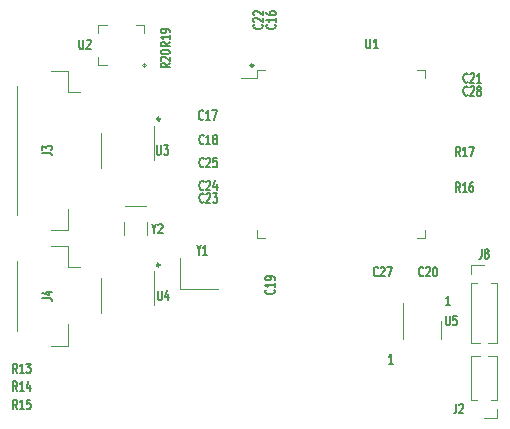
<source format=gbr>
%TF.GenerationSoftware,KiCad,Pcbnew,7.0.6*%
%TF.CreationDate,2023-09-15T14:04:58+02:00*%
%TF.ProjectId,V8,56382e6b-6963-4616-945f-706362585858,rev?*%
%TF.SameCoordinates,Original*%
%TF.FileFunction,Legend,Top*%
%TF.FilePolarity,Positive*%
%FSLAX46Y46*%
G04 Gerber Fmt 4.6, Leading zero omitted, Abs format (unit mm)*
G04 Created by KiCad (PCBNEW 7.0.6) date 2023-09-15 14:04:58*
%MOMM*%
%LPD*%
G01*
G04 APERTURE LIST*
%ADD10C,0.225000*%
%ADD11C,0.150000*%
%ADD12C,0.120000*%
G04 APERTURE END LIST*
D10*
X141812500Y-101800000D02*
G75*
G03*
X141812500Y-101800000I-112500J0D01*
G01*
X149762500Y-84900000D02*
G75*
G03*
X149762500Y-84900000I-112500J0D01*
G01*
X141862500Y-89450000D02*
G75*
G03*
X141862500Y-89450000I-112500J0D01*
G01*
D11*
X161605826Y-110144295D02*
X161262969Y-110144295D01*
X161434398Y-110144295D02*
X161434398Y-109344295D01*
X161434398Y-109344295D02*
X161377255Y-109458580D01*
X161377255Y-109458580D02*
X161320112Y-109534771D01*
X161320112Y-109534771D02*
X161262969Y-109572866D01*
X166455826Y-105194295D02*
X166112969Y-105194295D01*
X166284398Y-105194295D02*
X166284398Y-104394295D01*
X166284398Y-104394295D02*
X166227255Y-104508580D01*
X166227255Y-104508580D02*
X166170112Y-104584771D01*
X166170112Y-104584771D02*
X166112969Y-104622866D01*
X169099999Y-100457295D02*
X169099999Y-101028723D01*
X169099999Y-101028723D02*
X169071428Y-101143009D01*
X169071428Y-101143009D02*
X169014285Y-101219200D01*
X169014285Y-101219200D02*
X168928571Y-101257295D01*
X168928571Y-101257295D02*
X168871428Y-101257295D01*
X169471428Y-100800152D02*
X169414285Y-100762057D01*
X169414285Y-100762057D02*
X169385714Y-100723961D01*
X169385714Y-100723961D02*
X169357142Y-100647771D01*
X169357142Y-100647771D02*
X169357142Y-100609676D01*
X169357142Y-100609676D02*
X169385714Y-100533485D01*
X169385714Y-100533485D02*
X169414285Y-100495390D01*
X169414285Y-100495390D02*
X169471428Y-100457295D01*
X169471428Y-100457295D02*
X169585714Y-100457295D01*
X169585714Y-100457295D02*
X169642857Y-100495390D01*
X169642857Y-100495390D02*
X169671428Y-100533485D01*
X169671428Y-100533485D02*
X169699999Y-100609676D01*
X169699999Y-100609676D02*
X169699999Y-100647771D01*
X169699999Y-100647771D02*
X169671428Y-100723961D01*
X169671428Y-100723961D02*
X169642857Y-100762057D01*
X169642857Y-100762057D02*
X169585714Y-100800152D01*
X169585714Y-100800152D02*
X169471428Y-100800152D01*
X169471428Y-100800152D02*
X169414285Y-100838247D01*
X169414285Y-100838247D02*
X169385714Y-100876342D01*
X169385714Y-100876342D02*
X169357142Y-100952533D01*
X169357142Y-100952533D02*
X169357142Y-101104914D01*
X169357142Y-101104914D02*
X169385714Y-101181104D01*
X169385714Y-101181104D02*
X169414285Y-101219200D01*
X169414285Y-101219200D02*
X169471428Y-101257295D01*
X169471428Y-101257295D02*
X169585714Y-101257295D01*
X169585714Y-101257295D02*
X169642857Y-101219200D01*
X169642857Y-101219200D02*
X169671428Y-101181104D01*
X169671428Y-101181104D02*
X169699999Y-101104914D01*
X169699999Y-101104914D02*
X169699999Y-100952533D01*
X169699999Y-100952533D02*
X169671428Y-100876342D01*
X169671428Y-100876342D02*
X169642857Y-100838247D01*
X169642857Y-100838247D02*
X169585714Y-100800152D01*
X145564285Y-96436104D02*
X145535713Y-96474200D01*
X145535713Y-96474200D02*
X145449999Y-96512295D01*
X145449999Y-96512295D02*
X145392856Y-96512295D01*
X145392856Y-96512295D02*
X145307142Y-96474200D01*
X145307142Y-96474200D02*
X145249999Y-96398009D01*
X145249999Y-96398009D02*
X145221428Y-96321819D01*
X145221428Y-96321819D02*
X145192856Y-96169438D01*
X145192856Y-96169438D02*
X145192856Y-96055152D01*
X145192856Y-96055152D02*
X145221428Y-95902771D01*
X145221428Y-95902771D02*
X145249999Y-95826580D01*
X145249999Y-95826580D02*
X145307142Y-95750390D01*
X145307142Y-95750390D02*
X145392856Y-95712295D01*
X145392856Y-95712295D02*
X145449999Y-95712295D01*
X145449999Y-95712295D02*
X145535713Y-95750390D01*
X145535713Y-95750390D02*
X145564285Y-95788485D01*
X145792856Y-95788485D02*
X145821428Y-95750390D01*
X145821428Y-95750390D02*
X145878571Y-95712295D01*
X145878571Y-95712295D02*
X146021428Y-95712295D01*
X146021428Y-95712295D02*
X146078571Y-95750390D01*
X146078571Y-95750390D02*
X146107142Y-95788485D01*
X146107142Y-95788485D02*
X146135713Y-95864676D01*
X146135713Y-95864676D02*
X146135713Y-95940866D01*
X146135713Y-95940866D02*
X146107142Y-96055152D01*
X146107142Y-96055152D02*
X145764285Y-96512295D01*
X145764285Y-96512295D02*
X146135713Y-96512295D01*
X146335714Y-95712295D02*
X146707142Y-95712295D01*
X146707142Y-95712295D02*
X146507142Y-96017057D01*
X146507142Y-96017057D02*
X146592857Y-96017057D01*
X146592857Y-96017057D02*
X146650000Y-96055152D01*
X146650000Y-96055152D02*
X146678571Y-96093247D01*
X146678571Y-96093247D02*
X146707142Y-96169438D01*
X146707142Y-96169438D02*
X146707142Y-96359914D01*
X146707142Y-96359914D02*
X146678571Y-96436104D01*
X146678571Y-96436104D02*
X146650000Y-96474200D01*
X146650000Y-96474200D02*
X146592857Y-96512295D01*
X146592857Y-96512295D02*
X146421428Y-96512295D01*
X146421428Y-96512295D02*
X146364285Y-96474200D01*
X146364285Y-96474200D02*
X146335714Y-96436104D01*
X151586104Y-81435714D02*
X151624200Y-81464286D01*
X151624200Y-81464286D02*
X151662295Y-81550000D01*
X151662295Y-81550000D02*
X151662295Y-81607143D01*
X151662295Y-81607143D02*
X151624200Y-81692857D01*
X151624200Y-81692857D02*
X151548009Y-81750000D01*
X151548009Y-81750000D02*
X151471819Y-81778571D01*
X151471819Y-81778571D02*
X151319438Y-81807143D01*
X151319438Y-81807143D02*
X151205152Y-81807143D01*
X151205152Y-81807143D02*
X151052771Y-81778571D01*
X151052771Y-81778571D02*
X150976580Y-81750000D01*
X150976580Y-81750000D02*
X150900390Y-81692857D01*
X150900390Y-81692857D02*
X150862295Y-81607143D01*
X150862295Y-81607143D02*
X150862295Y-81550000D01*
X150862295Y-81550000D02*
X150900390Y-81464286D01*
X150900390Y-81464286D02*
X150938485Y-81435714D01*
X151662295Y-80864286D02*
X151662295Y-81207143D01*
X151662295Y-81035714D02*
X150862295Y-81035714D01*
X150862295Y-81035714D02*
X150976580Y-81092857D01*
X150976580Y-81092857D02*
X151052771Y-81150000D01*
X151052771Y-81150000D02*
X151090866Y-81207143D01*
X150862295Y-80350000D02*
X150862295Y-80464285D01*
X150862295Y-80464285D02*
X150900390Y-80521428D01*
X150900390Y-80521428D02*
X150938485Y-80550000D01*
X150938485Y-80550000D02*
X151052771Y-80607142D01*
X151052771Y-80607142D02*
X151205152Y-80635714D01*
X151205152Y-80635714D02*
X151509914Y-80635714D01*
X151509914Y-80635714D02*
X151586104Y-80607142D01*
X151586104Y-80607142D02*
X151624200Y-80578571D01*
X151624200Y-80578571D02*
X151662295Y-80521428D01*
X151662295Y-80521428D02*
X151662295Y-80407142D01*
X151662295Y-80407142D02*
X151624200Y-80350000D01*
X151624200Y-80350000D02*
X151586104Y-80321428D01*
X151586104Y-80321428D02*
X151509914Y-80292857D01*
X151509914Y-80292857D02*
X151319438Y-80292857D01*
X151319438Y-80292857D02*
X151243247Y-80321428D01*
X151243247Y-80321428D02*
X151205152Y-80350000D01*
X151205152Y-80350000D02*
X151167057Y-80407142D01*
X151167057Y-80407142D02*
X151167057Y-80521428D01*
X151167057Y-80521428D02*
X151205152Y-80578571D01*
X151205152Y-80578571D02*
X151243247Y-80607142D01*
X151243247Y-80607142D02*
X151319438Y-80635714D01*
X129764285Y-114012295D02*
X129564285Y-113631342D01*
X129421428Y-114012295D02*
X129421428Y-113212295D01*
X129421428Y-113212295D02*
X129649999Y-113212295D01*
X129649999Y-113212295D02*
X129707142Y-113250390D01*
X129707142Y-113250390D02*
X129735713Y-113288485D01*
X129735713Y-113288485D02*
X129764285Y-113364676D01*
X129764285Y-113364676D02*
X129764285Y-113478961D01*
X129764285Y-113478961D02*
X129735713Y-113555152D01*
X129735713Y-113555152D02*
X129707142Y-113593247D01*
X129707142Y-113593247D02*
X129649999Y-113631342D01*
X129649999Y-113631342D02*
X129421428Y-113631342D01*
X130335713Y-114012295D02*
X129992856Y-114012295D01*
X130164285Y-114012295D02*
X130164285Y-113212295D01*
X130164285Y-113212295D02*
X130107142Y-113326580D01*
X130107142Y-113326580D02*
X130049999Y-113402771D01*
X130049999Y-113402771D02*
X129992856Y-113440866D01*
X130878571Y-113212295D02*
X130592857Y-113212295D01*
X130592857Y-113212295D02*
X130564285Y-113593247D01*
X130564285Y-113593247D02*
X130592857Y-113555152D01*
X130592857Y-113555152D02*
X130650000Y-113517057D01*
X130650000Y-113517057D02*
X130792857Y-113517057D01*
X130792857Y-113517057D02*
X130850000Y-113555152D01*
X130850000Y-113555152D02*
X130878571Y-113593247D01*
X130878571Y-113593247D02*
X130907142Y-113669438D01*
X130907142Y-113669438D02*
X130907142Y-113859914D01*
X130907142Y-113859914D02*
X130878571Y-113936104D01*
X130878571Y-113936104D02*
X130850000Y-113974200D01*
X130850000Y-113974200D02*
X130792857Y-114012295D01*
X130792857Y-114012295D02*
X130650000Y-114012295D01*
X130650000Y-114012295D02*
X130592857Y-113974200D01*
X130592857Y-113974200D02*
X130564285Y-113936104D01*
X145564285Y-93436104D02*
X145535713Y-93474200D01*
X145535713Y-93474200D02*
X145449999Y-93512295D01*
X145449999Y-93512295D02*
X145392856Y-93512295D01*
X145392856Y-93512295D02*
X145307142Y-93474200D01*
X145307142Y-93474200D02*
X145249999Y-93398009D01*
X145249999Y-93398009D02*
X145221428Y-93321819D01*
X145221428Y-93321819D02*
X145192856Y-93169438D01*
X145192856Y-93169438D02*
X145192856Y-93055152D01*
X145192856Y-93055152D02*
X145221428Y-92902771D01*
X145221428Y-92902771D02*
X145249999Y-92826580D01*
X145249999Y-92826580D02*
X145307142Y-92750390D01*
X145307142Y-92750390D02*
X145392856Y-92712295D01*
X145392856Y-92712295D02*
X145449999Y-92712295D01*
X145449999Y-92712295D02*
X145535713Y-92750390D01*
X145535713Y-92750390D02*
X145564285Y-92788485D01*
X145792856Y-92788485D02*
X145821428Y-92750390D01*
X145821428Y-92750390D02*
X145878571Y-92712295D01*
X145878571Y-92712295D02*
X146021428Y-92712295D01*
X146021428Y-92712295D02*
X146078571Y-92750390D01*
X146078571Y-92750390D02*
X146107142Y-92788485D01*
X146107142Y-92788485D02*
X146135713Y-92864676D01*
X146135713Y-92864676D02*
X146135713Y-92940866D01*
X146135713Y-92940866D02*
X146107142Y-93055152D01*
X146107142Y-93055152D02*
X145764285Y-93512295D01*
X145764285Y-93512295D02*
X146135713Y-93512295D01*
X146678571Y-92712295D02*
X146392857Y-92712295D01*
X146392857Y-92712295D02*
X146364285Y-93093247D01*
X146364285Y-93093247D02*
X146392857Y-93055152D01*
X146392857Y-93055152D02*
X146450000Y-93017057D01*
X146450000Y-93017057D02*
X146592857Y-93017057D01*
X146592857Y-93017057D02*
X146650000Y-93055152D01*
X146650000Y-93055152D02*
X146678571Y-93093247D01*
X146678571Y-93093247D02*
X146707142Y-93169438D01*
X146707142Y-93169438D02*
X146707142Y-93359914D01*
X146707142Y-93359914D02*
X146678571Y-93436104D01*
X146678571Y-93436104D02*
X146650000Y-93474200D01*
X146650000Y-93474200D02*
X146592857Y-93512295D01*
X146592857Y-93512295D02*
X146450000Y-93512295D01*
X146450000Y-93512295D02*
X146392857Y-93474200D01*
X146392857Y-93474200D02*
X146364285Y-93436104D01*
X167264285Y-92612295D02*
X167064285Y-92231342D01*
X166921428Y-92612295D02*
X166921428Y-91812295D01*
X166921428Y-91812295D02*
X167149999Y-91812295D01*
X167149999Y-91812295D02*
X167207142Y-91850390D01*
X167207142Y-91850390D02*
X167235713Y-91888485D01*
X167235713Y-91888485D02*
X167264285Y-91964676D01*
X167264285Y-91964676D02*
X167264285Y-92078961D01*
X167264285Y-92078961D02*
X167235713Y-92155152D01*
X167235713Y-92155152D02*
X167207142Y-92193247D01*
X167207142Y-92193247D02*
X167149999Y-92231342D01*
X167149999Y-92231342D02*
X166921428Y-92231342D01*
X167835713Y-92612295D02*
X167492856Y-92612295D01*
X167664285Y-92612295D02*
X167664285Y-91812295D01*
X167664285Y-91812295D02*
X167607142Y-91926580D01*
X167607142Y-91926580D02*
X167549999Y-92002771D01*
X167549999Y-92002771D02*
X167492856Y-92040866D01*
X168035714Y-91812295D02*
X168435714Y-91812295D01*
X168435714Y-91812295D02*
X168178571Y-92612295D01*
X141692857Y-103962295D02*
X141692857Y-104609914D01*
X141692857Y-104609914D02*
X141721428Y-104686104D01*
X141721428Y-104686104D02*
X141750000Y-104724200D01*
X141750000Y-104724200D02*
X141807142Y-104762295D01*
X141807142Y-104762295D02*
X141921428Y-104762295D01*
X141921428Y-104762295D02*
X141978571Y-104724200D01*
X141978571Y-104724200D02*
X142007142Y-104686104D01*
X142007142Y-104686104D02*
X142035714Y-104609914D01*
X142035714Y-104609914D02*
X142035714Y-103962295D01*
X142578571Y-104228961D02*
X142578571Y-104762295D01*
X142435713Y-103924200D02*
X142292856Y-104495628D01*
X142292856Y-104495628D02*
X142664285Y-104495628D01*
X167914285Y-87386104D02*
X167885713Y-87424200D01*
X167885713Y-87424200D02*
X167799999Y-87462295D01*
X167799999Y-87462295D02*
X167742856Y-87462295D01*
X167742856Y-87462295D02*
X167657142Y-87424200D01*
X167657142Y-87424200D02*
X167599999Y-87348009D01*
X167599999Y-87348009D02*
X167571428Y-87271819D01*
X167571428Y-87271819D02*
X167542856Y-87119438D01*
X167542856Y-87119438D02*
X167542856Y-87005152D01*
X167542856Y-87005152D02*
X167571428Y-86852771D01*
X167571428Y-86852771D02*
X167599999Y-86776580D01*
X167599999Y-86776580D02*
X167657142Y-86700390D01*
X167657142Y-86700390D02*
X167742856Y-86662295D01*
X167742856Y-86662295D02*
X167799999Y-86662295D01*
X167799999Y-86662295D02*
X167885713Y-86700390D01*
X167885713Y-86700390D02*
X167914285Y-86738485D01*
X168142856Y-86738485D02*
X168171428Y-86700390D01*
X168171428Y-86700390D02*
X168228571Y-86662295D01*
X168228571Y-86662295D02*
X168371428Y-86662295D01*
X168371428Y-86662295D02*
X168428571Y-86700390D01*
X168428571Y-86700390D02*
X168457142Y-86738485D01*
X168457142Y-86738485D02*
X168485713Y-86814676D01*
X168485713Y-86814676D02*
X168485713Y-86890866D01*
X168485713Y-86890866D02*
X168457142Y-87005152D01*
X168457142Y-87005152D02*
X168114285Y-87462295D01*
X168114285Y-87462295D02*
X168485713Y-87462295D01*
X168828571Y-87005152D02*
X168771428Y-86967057D01*
X168771428Y-86967057D02*
X168742857Y-86928961D01*
X168742857Y-86928961D02*
X168714285Y-86852771D01*
X168714285Y-86852771D02*
X168714285Y-86814676D01*
X168714285Y-86814676D02*
X168742857Y-86738485D01*
X168742857Y-86738485D02*
X168771428Y-86700390D01*
X168771428Y-86700390D02*
X168828571Y-86662295D01*
X168828571Y-86662295D02*
X168942857Y-86662295D01*
X168942857Y-86662295D02*
X169000000Y-86700390D01*
X169000000Y-86700390D02*
X169028571Y-86738485D01*
X169028571Y-86738485D02*
X169057142Y-86814676D01*
X169057142Y-86814676D02*
X169057142Y-86852771D01*
X169057142Y-86852771D02*
X169028571Y-86928961D01*
X169028571Y-86928961D02*
X169000000Y-86967057D01*
X169000000Y-86967057D02*
X168942857Y-87005152D01*
X168942857Y-87005152D02*
X168828571Y-87005152D01*
X168828571Y-87005152D02*
X168771428Y-87043247D01*
X168771428Y-87043247D02*
X168742857Y-87081342D01*
X168742857Y-87081342D02*
X168714285Y-87157533D01*
X168714285Y-87157533D02*
X168714285Y-87309914D01*
X168714285Y-87309914D02*
X168742857Y-87386104D01*
X168742857Y-87386104D02*
X168771428Y-87424200D01*
X168771428Y-87424200D02*
X168828571Y-87462295D01*
X168828571Y-87462295D02*
X168942857Y-87462295D01*
X168942857Y-87462295D02*
X169000000Y-87424200D01*
X169000000Y-87424200D02*
X169028571Y-87386104D01*
X169028571Y-87386104D02*
X169057142Y-87309914D01*
X169057142Y-87309914D02*
X169057142Y-87157533D01*
X169057142Y-87157533D02*
X169028571Y-87081342D01*
X169028571Y-87081342D02*
X169000000Y-87043247D01*
X169000000Y-87043247D02*
X168942857Y-87005152D01*
X159342857Y-82662295D02*
X159342857Y-83309914D01*
X159342857Y-83309914D02*
X159371428Y-83386104D01*
X159371428Y-83386104D02*
X159400000Y-83424200D01*
X159400000Y-83424200D02*
X159457142Y-83462295D01*
X159457142Y-83462295D02*
X159571428Y-83462295D01*
X159571428Y-83462295D02*
X159628571Y-83424200D01*
X159628571Y-83424200D02*
X159657142Y-83386104D01*
X159657142Y-83386104D02*
X159685714Y-83309914D01*
X159685714Y-83309914D02*
X159685714Y-82662295D01*
X160285713Y-83462295D02*
X159942856Y-83462295D01*
X160114285Y-83462295D02*
X160114285Y-82662295D01*
X160114285Y-82662295D02*
X160057142Y-82776580D01*
X160057142Y-82776580D02*
X159999999Y-82852771D01*
X159999999Y-82852771D02*
X159942856Y-82890866D01*
X129764285Y-112462295D02*
X129564285Y-112081342D01*
X129421428Y-112462295D02*
X129421428Y-111662295D01*
X129421428Y-111662295D02*
X129649999Y-111662295D01*
X129649999Y-111662295D02*
X129707142Y-111700390D01*
X129707142Y-111700390D02*
X129735713Y-111738485D01*
X129735713Y-111738485D02*
X129764285Y-111814676D01*
X129764285Y-111814676D02*
X129764285Y-111928961D01*
X129764285Y-111928961D02*
X129735713Y-112005152D01*
X129735713Y-112005152D02*
X129707142Y-112043247D01*
X129707142Y-112043247D02*
X129649999Y-112081342D01*
X129649999Y-112081342D02*
X129421428Y-112081342D01*
X130335713Y-112462295D02*
X129992856Y-112462295D01*
X130164285Y-112462295D02*
X130164285Y-111662295D01*
X130164285Y-111662295D02*
X130107142Y-111776580D01*
X130107142Y-111776580D02*
X130049999Y-111852771D01*
X130049999Y-111852771D02*
X129992856Y-111890866D01*
X130850000Y-111928961D02*
X130850000Y-112462295D01*
X130707142Y-111624200D02*
X130564285Y-112195628D01*
X130564285Y-112195628D02*
X130935714Y-112195628D01*
X167914285Y-86286104D02*
X167885713Y-86324200D01*
X167885713Y-86324200D02*
X167799999Y-86362295D01*
X167799999Y-86362295D02*
X167742856Y-86362295D01*
X167742856Y-86362295D02*
X167657142Y-86324200D01*
X167657142Y-86324200D02*
X167599999Y-86248009D01*
X167599999Y-86248009D02*
X167571428Y-86171819D01*
X167571428Y-86171819D02*
X167542856Y-86019438D01*
X167542856Y-86019438D02*
X167542856Y-85905152D01*
X167542856Y-85905152D02*
X167571428Y-85752771D01*
X167571428Y-85752771D02*
X167599999Y-85676580D01*
X167599999Y-85676580D02*
X167657142Y-85600390D01*
X167657142Y-85600390D02*
X167742856Y-85562295D01*
X167742856Y-85562295D02*
X167799999Y-85562295D01*
X167799999Y-85562295D02*
X167885713Y-85600390D01*
X167885713Y-85600390D02*
X167914285Y-85638485D01*
X168142856Y-85638485D02*
X168171428Y-85600390D01*
X168171428Y-85600390D02*
X168228571Y-85562295D01*
X168228571Y-85562295D02*
X168371428Y-85562295D01*
X168371428Y-85562295D02*
X168428571Y-85600390D01*
X168428571Y-85600390D02*
X168457142Y-85638485D01*
X168457142Y-85638485D02*
X168485713Y-85714676D01*
X168485713Y-85714676D02*
X168485713Y-85790866D01*
X168485713Y-85790866D02*
X168457142Y-85905152D01*
X168457142Y-85905152D02*
X168114285Y-86362295D01*
X168114285Y-86362295D02*
X168485713Y-86362295D01*
X169057142Y-86362295D02*
X168714285Y-86362295D01*
X168885714Y-86362295D02*
X168885714Y-85562295D01*
X168885714Y-85562295D02*
X168828571Y-85676580D01*
X168828571Y-85676580D02*
X168771428Y-85752771D01*
X168771428Y-85752771D02*
X168714285Y-85790866D01*
X131912295Y-104600000D02*
X132483723Y-104600000D01*
X132483723Y-104600000D02*
X132598009Y-104628571D01*
X132598009Y-104628571D02*
X132674200Y-104685714D01*
X132674200Y-104685714D02*
X132712295Y-104771428D01*
X132712295Y-104771428D02*
X132712295Y-104828571D01*
X132178961Y-104057143D02*
X132712295Y-104057143D01*
X131874200Y-104200000D02*
X132445628Y-104342857D01*
X132445628Y-104342857D02*
X132445628Y-103971428D01*
X145514285Y-89436104D02*
X145485713Y-89474200D01*
X145485713Y-89474200D02*
X145399999Y-89512295D01*
X145399999Y-89512295D02*
X145342856Y-89512295D01*
X145342856Y-89512295D02*
X145257142Y-89474200D01*
X145257142Y-89474200D02*
X145199999Y-89398009D01*
X145199999Y-89398009D02*
X145171428Y-89321819D01*
X145171428Y-89321819D02*
X145142856Y-89169438D01*
X145142856Y-89169438D02*
X145142856Y-89055152D01*
X145142856Y-89055152D02*
X145171428Y-88902771D01*
X145171428Y-88902771D02*
X145199999Y-88826580D01*
X145199999Y-88826580D02*
X145257142Y-88750390D01*
X145257142Y-88750390D02*
X145342856Y-88712295D01*
X145342856Y-88712295D02*
X145399999Y-88712295D01*
X145399999Y-88712295D02*
X145485713Y-88750390D01*
X145485713Y-88750390D02*
X145514285Y-88788485D01*
X146085713Y-89512295D02*
X145742856Y-89512295D01*
X145914285Y-89512295D02*
X145914285Y-88712295D01*
X145914285Y-88712295D02*
X145857142Y-88826580D01*
X145857142Y-88826580D02*
X145799999Y-88902771D01*
X145799999Y-88902771D02*
X145742856Y-88940866D01*
X146285714Y-88712295D02*
X146685714Y-88712295D01*
X146685714Y-88712295D02*
X146428571Y-89512295D01*
X166949999Y-113562295D02*
X166949999Y-114133723D01*
X166949999Y-114133723D02*
X166921428Y-114248009D01*
X166921428Y-114248009D02*
X166864285Y-114324200D01*
X166864285Y-114324200D02*
X166778571Y-114362295D01*
X166778571Y-114362295D02*
X166721428Y-114362295D01*
X167207142Y-113638485D02*
X167235714Y-113600390D01*
X167235714Y-113600390D02*
X167292857Y-113562295D01*
X167292857Y-113562295D02*
X167435714Y-113562295D01*
X167435714Y-113562295D02*
X167492857Y-113600390D01*
X167492857Y-113600390D02*
X167521428Y-113638485D01*
X167521428Y-113638485D02*
X167549999Y-113714676D01*
X167549999Y-113714676D02*
X167549999Y-113790866D01*
X167549999Y-113790866D02*
X167521428Y-113905152D01*
X167521428Y-113905152D02*
X167178571Y-114362295D01*
X167178571Y-114362295D02*
X167549999Y-114362295D01*
X151486104Y-103885714D02*
X151524200Y-103914286D01*
X151524200Y-103914286D02*
X151562295Y-104000000D01*
X151562295Y-104000000D02*
X151562295Y-104057143D01*
X151562295Y-104057143D02*
X151524200Y-104142857D01*
X151524200Y-104142857D02*
X151448009Y-104200000D01*
X151448009Y-104200000D02*
X151371819Y-104228571D01*
X151371819Y-104228571D02*
X151219438Y-104257143D01*
X151219438Y-104257143D02*
X151105152Y-104257143D01*
X151105152Y-104257143D02*
X150952771Y-104228571D01*
X150952771Y-104228571D02*
X150876580Y-104200000D01*
X150876580Y-104200000D02*
X150800390Y-104142857D01*
X150800390Y-104142857D02*
X150762295Y-104057143D01*
X150762295Y-104057143D02*
X150762295Y-104000000D01*
X150762295Y-104000000D02*
X150800390Y-103914286D01*
X150800390Y-103914286D02*
X150838485Y-103885714D01*
X151562295Y-103314286D02*
X151562295Y-103657143D01*
X151562295Y-103485714D02*
X150762295Y-103485714D01*
X150762295Y-103485714D02*
X150876580Y-103542857D01*
X150876580Y-103542857D02*
X150952771Y-103600000D01*
X150952771Y-103600000D02*
X150990866Y-103657143D01*
X151562295Y-103028571D02*
X151562295Y-102914285D01*
X151562295Y-102914285D02*
X151524200Y-102857142D01*
X151524200Y-102857142D02*
X151486104Y-102828571D01*
X151486104Y-102828571D02*
X151371819Y-102771428D01*
X151371819Y-102771428D02*
X151219438Y-102742857D01*
X151219438Y-102742857D02*
X150914676Y-102742857D01*
X150914676Y-102742857D02*
X150838485Y-102771428D01*
X150838485Y-102771428D02*
X150800390Y-102800000D01*
X150800390Y-102800000D02*
X150762295Y-102857142D01*
X150762295Y-102857142D02*
X150762295Y-102971428D01*
X150762295Y-102971428D02*
X150800390Y-103028571D01*
X150800390Y-103028571D02*
X150838485Y-103057142D01*
X150838485Y-103057142D02*
X150914676Y-103085714D01*
X150914676Y-103085714D02*
X151105152Y-103085714D01*
X151105152Y-103085714D02*
X151181342Y-103057142D01*
X151181342Y-103057142D02*
X151219438Y-103028571D01*
X151219438Y-103028571D02*
X151257533Y-102971428D01*
X151257533Y-102971428D02*
X151257533Y-102857142D01*
X151257533Y-102857142D02*
X151219438Y-102800000D01*
X151219438Y-102800000D02*
X151181342Y-102771428D01*
X151181342Y-102771428D02*
X151105152Y-102742857D01*
X145564285Y-95386104D02*
X145535713Y-95424200D01*
X145535713Y-95424200D02*
X145449999Y-95462295D01*
X145449999Y-95462295D02*
X145392856Y-95462295D01*
X145392856Y-95462295D02*
X145307142Y-95424200D01*
X145307142Y-95424200D02*
X145249999Y-95348009D01*
X145249999Y-95348009D02*
X145221428Y-95271819D01*
X145221428Y-95271819D02*
X145192856Y-95119438D01*
X145192856Y-95119438D02*
X145192856Y-95005152D01*
X145192856Y-95005152D02*
X145221428Y-94852771D01*
X145221428Y-94852771D02*
X145249999Y-94776580D01*
X145249999Y-94776580D02*
X145307142Y-94700390D01*
X145307142Y-94700390D02*
X145392856Y-94662295D01*
X145392856Y-94662295D02*
X145449999Y-94662295D01*
X145449999Y-94662295D02*
X145535713Y-94700390D01*
X145535713Y-94700390D02*
X145564285Y-94738485D01*
X145792856Y-94738485D02*
X145821428Y-94700390D01*
X145821428Y-94700390D02*
X145878571Y-94662295D01*
X145878571Y-94662295D02*
X146021428Y-94662295D01*
X146021428Y-94662295D02*
X146078571Y-94700390D01*
X146078571Y-94700390D02*
X146107142Y-94738485D01*
X146107142Y-94738485D02*
X146135713Y-94814676D01*
X146135713Y-94814676D02*
X146135713Y-94890866D01*
X146135713Y-94890866D02*
X146107142Y-95005152D01*
X146107142Y-95005152D02*
X145764285Y-95462295D01*
X145764285Y-95462295D02*
X146135713Y-95462295D01*
X146650000Y-94928961D02*
X146650000Y-95462295D01*
X146507142Y-94624200D02*
X146364285Y-95195628D01*
X146364285Y-95195628D02*
X146735714Y-95195628D01*
X142712295Y-82935714D02*
X142331342Y-83135714D01*
X142712295Y-83278571D02*
X141912295Y-83278571D01*
X141912295Y-83278571D02*
X141912295Y-83050000D01*
X141912295Y-83050000D02*
X141950390Y-82992857D01*
X141950390Y-82992857D02*
X141988485Y-82964286D01*
X141988485Y-82964286D02*
X142064676Y-82935714D01*
X142064676Y-82935714D02*
X142178961Y-82935714D01*
X142178961Y-82935714D02*
X142255152Y-82964286D01*
X142255152Y-82964286D02*
X142293247Y-82992857D01*
X142293247Y-82992857D02*
X142331342Y-83050000D01*
X142331342Y-83050000D02*
X142331342Y-83278571D01*
X142712295Y-82364286D02*
X142712295Y-82707143D01*
X142712295Y-82535714D02*
X141912295Y-82535714D01*
X141912295Y-82535714D02*
X142026580Y-82592857D01*
X142026580Y-82592857D02*
X142102771Y-82650000D01*
X142102771Y-82650000D02*
X142140866Y-82707143D01*
X142712295Y-82078571D02*
X142712295Y-81964285D01*
X142712295Y-81964285D02*
X142674200Y-81907142D01*
X142674200Y-81907142D02*
X142636104Y-81878571D01*
X142636104Y-81878571D02*
X142521819Y-81821428D01*
X142521819Y-81821428D02*
X142369438Y-81792857D01*
X142369438Y-81792857D02*
X142064676Y-81792857D01*
X142064676Y-81792857D02*
X141988485Y-81821428D01*
X141988485Y-81821428D02*
X141950390Y-81850000D01*
X141950390Y-81850000D02*
X141912295Y-81907142D01*
X141912295Y-81907142D02*
X141912295Y-82021428D01*
X141912295Y-82021428D02*
X141950390Y-82078571D01*
X141950390Y-82078571D02*
X141988485Y-82107142D01*
X141988485Y-82107142D02*
X142064676Y-82135714D01*
X142064676Y-82135714D02*
X142255152Y-82135714D01*
X142255152Y-82135714D02*
X142331342Y-82107142D01*
X142331342Y-82107142D02*
X142369438Y-82078571D01*
X142369438Y-82078571D02*
X142407533Y-82021428D01*
X142407533Y-82021428D02*
X142407533Y-81907142D01*
X142407533Y-81907142D02*
X142369438Y-81850000D01*
X142369438Y-81850000D02*
X142331342Y-81821428D01*
X142331342Y-81821428D02*
X142255152Y-81792857D01*
X145564285Y-91486104D02*
X145535713Y-91524200D01*
X145535713Y-91524200D02*
X145449999Y-91562295D01*
X145449999Y-91562295D02*
X145392856Y-91562295D01*
X145392856Y-91562295D02*
X145307142Y-91524200D01*
X145307142Y-91524200D02*
X145249999Y-91448009D01*
X145249999Y-91448009D02*
X145221428Y-91371819D01*
X145221428Y-91371819D02*
X145192856Y-91219438D01*
X145192856Y-91219438D02*
X145192856Y-91105152D01*
X145192856Y-91105152D02*
X145221428Y-90952771D01*
X145221428Y-90952771D02*
X145249999Y-90876580D01*
X145249999Y-90876580D02*
X145307142Y-90800390D01*
X145307142Y-90800390D02*
X145392856Y-90762295D01*
X145392856Y-90762295D02*
X145449999Y-90762295D01*
X145449999Y-90762295D02*
X145535713Y-90800390D01*
X145535713Y-90800390D02*
X145564285Y-90838485D01*
X146135713Y-91562295D02*
X145792856Y-91562295D01*
X145964285Y-91562295D02*
X145964285Y-90762295D01*
X145964285Y-90762295D02*
X145907142Y-90876580D01*
X145907142Y-90876580D02*
X145849999Y-90952771D01*
X145849999Y-90952771D02*
X145792856Y-90990866D01*
X146478571Y-91105152D02*
X146421428Y-91067057D01*
X146421428Y-91067057D02*
X146392857Y-91028961D01*
X146392857Y-91028961D02*
X146364285Y-90952771D01*
X146364285Y-90952771D02*
X146364285Y-90914676D01*
X146364285Y-90914676D02*
X146392857Y-90838485D01*
X146392857Y-90838485D02*
X146421428Y-90800390D01*
X146421428Y-90800390D02*
X146478571Y-90762295D01*
X146478571Y-90762295D02*
X146592857Y-90762295D01*
X146592857Y-90762295D02*
X146650000Y-90800390D01*
X146650000Y-90800390D02*
X146678571Y-90838485D01*
X146678571Y-90838485D02*
X146707142Y-90914676D01*
X146707142Y-90914676D02*
X146707142Y-90952771D01*
X146707142Y-90952771D02*
X146678571Y-91028961D01*
X146678571Y-91028961D02*
X146650000Y-91067057D01*
X146650000Y-91067057D02*
X146592857Y-91105152D01*
X146592857Y-91105152D02*
X146478571Y-91105152D01*
X146478571Y-91105152D02*
X146421428Y-91143247D01*
X146421428Y-91143247D02*
X146392857Y-91181342D01*
X146392857Y-91181342D02*
X146364285Y-91257533D01*
X146364285Y-91257533D02*
X146364285Y-91409914D01*
X146364285Y-91409914D02*
X146392857Y-91486104D01*
X146392857Y-91486104D02*
X146421428Y-91524200D01*
X146421428Y-91524200D02*
X146478571Y-91562295D01*
X146478571Y-91562295D02*
X146592857Y-91562295D01*
X146592857Y-91562295D02*
X146650000Y-91524200D01*
X146650000Y-91524200D02*
X146678571Y-91486104D01*
X146678571Y-91486104D02*
X146707142Y-91409914D01*
X146707142Y-91409914D02*
X146707142Y-91257533D01*
X146707142Y-91257533D02*
X146678571Y-91181342D01*
X146678571Y-91181342D02*
X146650000Y-91143247D01*
X146650000Y-91143247D02*
X146592857Y-91105152D01*
X145164285Y-100531342D02*
X145164285Y-100912295D01*
X144964285Y-100112295D02*
X145164285Y-100531342D01*
X145164285Y-100531342D02*
X145364285Y-100112295D01*
X145878571Y-100912295D02*
X145535714Y-100912295D01*
X145707143Y-100912295D02*
X145707143Y-100112295D01*
X145707143Y-100112295D02*
X145650000Y-100226580D01*
X145650000Y-100226580D02*
X145592857Y-100302771D01*
X145592857Y-100302771D02*
X145535714Y-100340866D01*
X164164285Y-102686104D02*
X164135713Y-102724200D01*
X164135713Y-102724200D02*
X164049999Y-102762295D01*
X164049999Y-102762295D02*
X163992856Y-102762295D01*
X163992856Y-102762295D02*
X163907142Y-102724200D01*
X163907142Y-102724200D02*
X163849999Y-102648009D01*
X163849999Y-102648009D02*
X163821428Y-102571819D01*
X163821428Y-102571819D02*
X163792856Y-102419438D01*
X163792856Y-102419438D02*
X163792856Y-102305152D01*
X163792856Y-102305152D02*
X163821428Y-102152771D01*
X163821428Y-102152771D02*
X163849999Y-102076580D01*
X163849999Y-102076580D02*
X163907142Y-102000390D01*
X163907142Y-102000390D02*
X163992856Y-101962295D01*
X163992856Y-101962295D02*
X164049999Y-101962295D01*
X164049999Y-101962295D02*
X164135713Y-102000390D01*
X164135713Y-102000390D02*
X164164285Y-102038485D01*
X164392856Y-102038485D02*
X164421428Y-102000390D01*
X164421428Y-102000390D02*
X164478571Y-101962295D01*
X164478571Y-101962295D02*
X164621428Y-101962295D01*
X164621428Y-101962295D02*
X164678571Y-102000390D01*
X164678571Y-102000390D02*
X164707142Y-102038485D01*
X164707142Y-102038485D02*
X164735713Y-102114676D01*
X164735713Y-102114676D02*
X164735713Y-102190866D01*
X164735713Y-102190866D02*
X164707142Y-102305152D01*
X164707142Y-102305152D02*
X164364285Y-102762295D01*
X164364285Y-102762295D02*
X164735713Y-102762295D01*
X165107142Y-101962295D02*
X165164285Y-101962295D01*
X165164285Y-101962295D02*
X165221428Y-102000390D01*
X165221428Y-102000390D02*
X165250000Y-102038485D01*
X165250000Y-102038485D02*
X165278571Y-102114676D01*
X165278571Y-102114676D02*
X165307142Y-102267057D01*
X165307142Y-102267057D02*
X165307142Y-102457533D01*
X165307142Y-102457533D02*
X165278571Y-102609914D01*
X165278571Y-102609914D02*
X165250000Y-102686104D01*
X165250000Y-102686104D02*
X165221428Y-102724200D01*
X165221428Y-102724200D02*
X165164285Y-102762295D01*
X165164285Y-102762295D02*
X165107142Y-102762295D01*
X165107142Y-102762295D02*
X165050000Y-102724200D01*
X165050000Y-102724200D02*
X165021428Y-102686104D01*
X165021428Y-102686104D02*
X164992857Y-102609914D01*
X164992857Y-102609914D02*
X164964285Y-102457533D01*
X164964285Y-102457533D02*
X164964285Y-102267057D01*
X164964285Y-102267057D02*
X164992857Y-102114676D01*
X164992857Y-102114676D02*
X165021428Y-102038485D01*
X165021428Y-102038485D02*
X165050000Y-102000390D01*
X165050000Y-102000390D02*
X165107142Y-101962295D01*
X166067857Y-106092295D02*
X166067857Y-106739914D01*
X166067857Y-106739914D02*
X166096428Y-106816104D01*
X166096428Y-106816104D02*
X166125000Y-106854200D01*
X166125000Y-106854200D02*
X166182142Y-106892295D01*
X166182142Y-106892295D02*
X166296428Y-106892295D01*
X166296428Y-106892295D02*
X166353571Y-106854200D01*
X166353571Y-106854200D02*
X166382142Y-106816104D01*
X166382142Y-106816104D02*
X166410714Y-106739914D01*
X166410714Y-106739914D02*
X166410714Y-106092295D01*
X166982142Y-106092295D02*
X166696428Y-106092295D01*
X166696428Y-106092295D02*
X166667856Y-106473247D01*
X166667856Y-106473247D02*
X166696428Y-106435152D01*
X166696428Y-106435152D02*
X166753571Y-106397057D01*
X166753571Y-106397057D02*
X166896428Y-106397057D01*
X166896428Y-106397057D02*
X166953571Y-106435152D01*
X166953571Y-106435152D02*
X166982142Y-106473247D01*
X166982142Y-106473247D02*
X167010713Y-106549438D01*
X167010713Y-106549438D02*
X167010713Y-106739914D01*
X167010713Y-106739914D02*
X166982142Y-106816104D01*
X166982142Y-106816104D02*
X166953571Y-106854200D01*
X166953571Y-106854200D02*
X166896428Y-106892295D01*
X166896428Y-106892295D02*
X166753571Y-106892295D01*
X166753571Y-106892295D02*
X166696428Y-106854200D01*
X166696428Y-106854200D02*
X166667856Y-106816104D01*
X141592857Y-91662295D02*
X141592857Y-92309914D01*
X141592857Y-92309914D02*
X141621428Y-92386104D01*
X141621428Y-92386104D02*
X141650000Y-92424200D01*
X141650000Y-92424200D02*
X141707142Y-92462295D01*
X141707142Y-92462295D02*
X141821428Y-92462295D01*
X141821428Y-92462295D02*
X141878571Y-92424200D01*
X141878571Y-92424200D02*
X141907142Y-92386104D01*
X141907142Y-92386104D02*
X141935714Y-92309914D01*
X141935714Y-92309914D02*
X141935714Y-91662295D01*
X142164285Y-91662295D02*
X142535713Y-91662295D01*
X142535713Y-91662295D02*
X142335713Y-91967057D01*
X142335713Y-91967057D02*
X142421428Y-91967057D01*
X142421428Y-91967057D02*
X142478571Y-92005152D01*
X142478571Y-92005152D02*
X142507142Y-92043247D01*
X142507142Y-92043247D02*
X142535713Y-92119438D01*
X142535713Y-92119438D02*
X142535713Y-92309914D01*
X142535713Y-92309914D02*
X142507142Y-92386104D01*
X142507142Y-92386104D02*
X142478571Y-92424200D01*
X142478571Y-92424200D02*
X142421428Y-92462295D01*
X142421428Y-92462295D02*
X142249999Y-92462295D01*
X142249999Y-92462295D02*
X142192856Y-92424200D01*
X142192856Y-92424200D02*
X142164285Y-92386104D01*
X150486104Y-81435714D02*
X150524200Y-81464286D01*
X150524200Y-81464286D02*
X150562295Y-81550000D01*
X150562295Y-81550000D02*
X150562295Y-81607143D01*
X150562295Y-81607143D02*
X150524200Y-81692857D01*
X150524200Y-81692857D02*
X150448009Y-81750000D01*
X150448009Y-81750000D02*
X150371819Y-81778571D01*
X150371819Y-81778571D02*
X150219438Y-81807143D01*
X150219438Y-81807143D02*
X150105152Y-81807143D01*
X150105152Y-81807143D02*
X149952771Y-81778571D01*
X149952771Y-81778571D02*
X149876580Y-81750000D01*
X149876580Y-81750000D02*
X149800390Y-81692857D01*
X149800390Y-81692857D02*
X149762295Y-81607143D01*
X149762295Y-81607143D02*
X149762295Y-81550000D01*
X149762295Y-81550000D02*
X149800390Y-81464286D01*
X149800390Y-81464286D02*
X149838485Y-81435714D01*
X149838485Y-81207143D02*
X149800390Y-81178571D01*
X149800390Y-81178571D02*
X149762295Y-81121429D01*
X149762295Y-81121429D02*
X149762295Y-80978571D01*
X149762295Y-80978571D02*
X149800390Y-80921429D01*
X149800390Y-80921429D02*
X149838485Y-80892857D01*
X149838485Y-80892857D02*
X149914676Y-80864286D01*
X149914676Y-80864286D02*
X149990866Y-80864286D01*
X149990866Y-80864286D02*
X150105152Y-80892857D01*
X150105152Y-80892857D02*
X150562295Y-81235714D01*
X150562295Y-81235714D02*
X150562295Y-80864286D01*
X149838485Y-80635714D02*
X149800390Y-80607142D01*
X149800390Y-80607142D02*
X149762295Y-80550000D01*
X149762295Y-80550000D02*
X149762295Y-80407142D01*
X149762295Y-80407142D02*
X149800390Y-80350000D01*
X149800390Y-80350000D02*
X149838485Y-80321428D01*
X149838485Y-80321428D02*
X149914676Y-80292857D01*
X149914676Y-80292857D02*
X149990866Y-80292857D01*
X149990866Y-80292857D02*
X150105152Y-80321428D01*
X150105152Y-80321428D02*
X150562295Y-80664285D01*
X150562295Y-80664285D02*
X150562295Y-80292857D01*
X131912295Y-92300000D02*
X132483723Y-92300000D01*
X132483723Y-92300000D02*
X132598009Y-92328571D01*
X132598009Y-92328571D02*
X132674200Y-92385714D01*
X132674200Y-92385714D02*
X132712295Y-92471428D01*
X132712295Y-92471428D02*
X132712295Y-92528571D01*
X131912295Y-92071428D02*
X131912295Y-91700000D01*
X131912295Y-91700000D02*
X132217057Y-91900000D01*
X132217057Y-91900000D02*
X132217057Y-91814285D01*
X132217057Y-91814285D02*
X132255152Y-91757143D01*
X132255152Y-91757143D02*
X132293247Y-91728571D01*
X132293247Y-91728571D02*
X132369438Y-91700000D01*
X132369438Y-91700000D02*
X132559914Y-91700000D01*
X132559914Y-91700000D02*
X132636104Y-91728571D01*
X132636104Y-91728571D02*
X132674200Y-91757143D01*
X132674200Y-91757143D02*
X132712295Y-91814285D01*
X132712295Y-91814285D02*
X132712295Y-91985714D01*
X132712295Y-91985714D02*
X132674200Y-92042857D01*
X132674200Y-92042857D02*
X132636104Y-92071428D01*
X141364285Y-98731342D02*
X141364285Y-99112295D01*
X141164285Y-98312295D02*
X141364285Y-98731342D01*
X141364285Y-98731342D02*
X141564285Y-98312295D01*
X141735714Y-98388485D02*
X141764286Y-98350390D01*
X141764286Y-98350390D02*
X141821429Y-98312295D01*
X141821429Y-98312295D02*
X141964286Y-98312295D01*
X141964286Y-98312295D02*
X142021429Y-98350390D01*
X142021429Y-98350390D02*
X142050000Y-98388485D01*
X142050000Y-98388485D02*
X142078571Y-98464676D01*
X142078571Y-98464676D02*
X142078571Y-98540866D01*
X142078571Y-98540866D02*
X142050000Y-98655152D01*
X142050000Y-98655152D02*
X141707143Y-99112295D01*
X141707143Y-99112295D02*
X142078571Y-99112295D01*
X142712295Y-84735714D02*
X142331342Y-84935714D01*
X142712295Y-85078571D02*
X141912295Y-85078571D01*
X141912295Y-85078571D02*
X141912295Y-84850000D01*
X141912295Y-84850000D02*
X141950390Y-84792857D01*
X141950390Y-84792857D02*
X141988485Y-84764286D01*
X141988485Y-84764286D02*
X142064676Y-84735714D01*
X142064676Y-84735714D02*
X142178961Y-84735714D01*
X142178961Y-84735714D02*
X142255152Y-84764286D01*
X142255152Y-84764286D02*
X142293247Y-84792857D01*
X142293247Y-84792857D02*
X142331342Y-84850000D01*
X142331342Y-84850000D02*
X142331342Y-85078571D01*
X141988485Y-84507143D02*
X141950390Y-84478571D01*
X141950390Y-84478571D02*
X141912295Y-84421429D01*
X141912295Y-84421429D02*
X141912295Y-84278571D01*
X141912295Y-84278571D02*
X141950390Y-84221429D01*
X141950390Y-84221429D02*
X141988485Y-84192857D01*
X141988485Y-84192857D02*
X142064676Y-84164286D01*
X142064676Y-84164286D02*
X142140866Y-84164286D01*
X142140866Y-84164286D02*
X142255152Y-84192857D01*
X142255152Y-84192857D02*
X142712295Y-84535714D01*
X142712295Y-84535714D02*
X142712295Y-84164286D01*
X141912295Y-83792857D02*
X141912295Y-83735714D01*
X141912295Y-83735714D02*
X141950390Y-83678571D01*
X141950390Y-83678571D02*
X141988485Y-83650000D01*
X141988485Y-83650000D02*
X142064676Y-83621428D01*
X142064676Y-83621428D02*
X142217057Y-83592857D01*
X142217057Y-83592857D02*
X142407533Y-83592857D01*
X142407533Y-83592857D02*
X142559914Y-83621428D01*
X142559914Y-83621428D02*
X142636104Y-83650000D01*
X142636104Y-83650000D02*
X142674200Y-83678571D01*
X142674200Y-83678571D02*
X142712295Y-83735714D01*
X142712295Y-83735714D02*
X142712295Y-83792857D01*
X142712295Y-83792857D02*
X142674200Y-83850000D01*
X142674200Y-83850000D02*
X142636104Y-83878571D01*
X142636104Y-83878571D02*
X142559914Y-83907142D01*
X142559914Y-83907142D02*
X142407533Y-83935714D01*
X142407533Y-83935714D02*
X142217057Y-83935714D01*
X142217057Y-83935714D02*
X142064676Y-83907142D01*
X142064676Y-83907142D02*
X141988485Y-83878571D01*
X141988485Y-83878571D02*
X141950390Y-83850000D01*
X141950390Y-83850000D02*
X141912295Y-83792857D01*
X135042857Y-82712295D02*
X135042857Y-83359914D01*
X135042857Y-83359914D02*
X135071428Y-83436104D01*
X135071428Y-83436104D02*
X135100000Y-83474200D01*
X135100000Y-83474200D02*
X135157142Y-83512295D01*
X135157142Y-83512295D02*
X135271428Y-83512295D01*
X135271428Y-83512295D02*
X135328571Y-83474200D01*
X135328571Y-83474200D02*
X135357142Y-83436104D01*
X135357142Y-83436104D02*
X135385714Y-83359914D01*
X135385714Y-83359914D02*
X135385714Y-82712295D01*
X135642856Y-82788485D02*
X135671428Y-82750390D01*
X135671428Y-82750390D02*
X135728571Y-82712295D01*
X135728571Y-82712295D02*
X135871428Y-82712295D01*
X135871428Y-82712295D02*
X135928571Y-82750390D01*
X135928571Y-82750390D02*
X135957142Y-82788485D01*
X135957142Y-82788485D02*
X135985713Y-82864676D01*
X135985713Y-82864676D02*
X135985713Y-82940866D01*
X135985713Y-82940866D02*
X135957142Y-83055152D01*
X135957142Y-83055152D02*
X135614285Y-83512295D01*
X135614285Y-83512295D02*
X135985713Y-83512295D01*
X129764285Y-110962295D02*
X129564285Y-110581342D01*
X129421428Y-110962295D02*
X129421428Y-110162295D01*
X129421428Y-110162295D02*
X129649999Y-110162295D01*
X129649999Y-110162295D02*
X129707142Y-110200390D01*
X129707142Y-110200390D02*
X129735713Y-110238485D01*
X129735713Y-110238485D02*
X129764285Y-110314676D01*
X129764285Y-110314676D02*
X129764285Y-110428961D01*
X129764285Y-110428961D02*
X129735713Y-110505152D01*
X129735713Y-110505152D02*
X129707142Y-110543247D01*
X129707142Y-110543247D02*
X129649999Y-110581342D01*
X129649999Y-110581342D02*
X129421428Y-110581342D01*
X130335713Y-110962295D02*
X129992856Y-110962295D01*
X130164285Y-110962295D02*
X130164285Y-110162295D01*
X130164285Y-110162295D02*
X130107142Y-110276580D01*
X130107142Y-110276580D02*
X130049999Y-110352771D01*
X130049999Y-110352771D02*
X129992856Y-110390866D01*
X130535714Y-110162295D02*
X130907142Y-110162295D01*
X130907142Y-110162295D02*
X130707142Y-110467057D01*
X130707142Y-110467057D02*
X130792857Y-110467057D01*
X130792857Y-110467057D02*
X130850000Y-110505152D01*
X130850000Y-110505152D02*
X130878571Y-110543247D01*
X130878571Y-110543247D02*
X130907142Y-110619438D01*
X130907142Y-110619438D02*
X130907142Y-110809914D01*
X130907142Y-110809914D02*
X130878571Y-110886104D01*
X130878571Y-110886104D02*
X130850000Y-110924200D01*
X130850000Y-110924200D02*
X130792857Y-110962295D01*
X130792857Y-110962295D02*
X130621428Y-110962295D01*
X130621428Y-110962295D02*
X130564285Y-110924200D01*
X130564285Y-110924200D02*
X130535714Y-110886104D01*
X160314285Y-102686104D02*
X160285713Y-102724200D01*
X160285713Y-102724200D02*
X160199999Y-102762295D01*
X160199999Y-102762295D02*
X160142856Y-102762295D01*
X160142856Y-102762295D02*
X160057142Y-102724200D01*
X160057142Y-102724200D02*
X159999999Y-102648009D01*
X159999999Y-102648009D02*
X159971428Y-102571819D01*
X159971428Y-102571819D02*
X159942856Y-102419438D01*
X159942856Y-102419438D02*
X159942856Y-102305152D01*
X159942856Y-102305152D02*
X159971428Y-102152771D01*
X159971428Y-102152771D02*
X159999999Y-102076580D01*
X159999999Y-102076580D02*
X160057142Y-102000390D01*
X160057142Y-102000390D02*
X160142856Y-101962295D01*
X160142856Y-101962295D02*
X160199999Y-101962295D01*
X160199999Y-101962295D02*
X160285713Y-102000390D01*
X160285713Y-102000390D02*
X160314285Y-102038485D01*
X160542856Y-102038485D02*
X160571428Y-102000390D01*
X160571428Y-102000390D02*
X160628571Y-101962295D01*
X160628571Y-101962295D02*
X160771428Y-101962295D01*
X160771428Y-101962295D02*
X160828571Y-102000390D01*
X160828571Y-102000390D02*
X160857142Y-102038485D01*
X160857142Y-102038485D02*
X160885713Y-102114676D01*
X160885713Y-102114676D02*
X160885713Y-102190866D01*
X160885713Y-102190866D02*
X160857142Y-102305152D01*
X160857142Y-102305152D02*
X160514285Y-102762295D01*
X160514285Y-102762295D02*
X160885713Y-102762295D01*
X161085714Y-101962295D02*
X161485714Y-101962295D01*
X161485714Y-101962295D02*
X161228571Y-102762295D01*
X167264285Y-95612295D02*
X167064285Y-95231342D01*
X166921428Y-95612295D02*
X166921428Y-94812295D01*
X166921428Y-94812295D02*
X167149999Y-94812295D01*
X167149999Y-94812295D02*
X167207142Y-94850390D01*
X167207142Y-94850390D02*
X167235713Y-94888485D01*
X167235713Y-94888485D02*
X167264285Y-94964676D01*
X167264285Y-94964676D02*
X167264285Y-95078961D01*
X167264285Y-95078961D02*
X167235713Y-95155152D01*
X167235713Y-95155152D02*
X167207142Y-95193247D01*
X167207142Y-95193247D02*
X167149999Y-95231342D01*
X167149999Y-95231342D02*
X166921428Y-95231342D01*
X167835713Y-95612295D02*
X167492856Y-95612295D01*
X167664285Y-95612295D02*
X167664285Y-94812295D01*
X167664285Y-94812295D02*
X167607142Y-94926580D01*
X167607142Y-94926580D02*
X167549999Y-95002771D01*
X167549999Y-95002771D02*
X167492856Y-95040866D01*
X168350000Y-94812295D02*
X168235714Y-94812295D01*
X168235714Y-94812295D02*
X168178571Y-94850390D01*
X168178571Y-94850390D02*
X168150000Y-94888485D01*
X168150000Y-94888485D02*
X168092857Y-95002771D01*
X168092857Y-95002771D02*
X168064285Y-95155152D01*
X168064285Y-95155152D02*
X168064285Y-95459914D01*
X168064285Y-95459914D02*
X168092857Y-95536104D01*
X168092857Y-95536104D02*
X168121428Y-95574200D01*
X168121428Y-95574200D02*
X168178571Y-95612295D01*
X168178571Y-95612295D02*
X168292857Y-95612295D01*
X168292857Y-95612295D02*
X168350000Y-95574200D01*
X168350000Y-95574200D02*
X168378571Y-95536104D01*
X168378571Y-95536104D02*
X168407142Y-95459914D01*
X168407142Y-95459914D02*
X168407142Y-95269438D01*
X168407142Y-95269438D02*
X168378571Y-95193247D01*
X168378571Y-95193247D02*
X168350000Y-95155152D01*
X168350000Y-95155152D02*
X168292857Y-95117057D01*
X168292857Y-95117057D02*
X168178571Y-95117057D01*
X168178571Y-95117057D02*
X168121428Y-95155152D01*
X168121428Y-95155152D02*
X168092857Y-95193247D01*
X168092857Y-95193247D02*
X168064285Y-95269438D01*
D12*
%TO.C,J8*%
X168190000Y-101830000D02*
X169300000Y-101830000D01*
X168190000Y-102590000D02*
X168190000Y-101830000D01*
X168190000Y-103350000D02*
X168190000Y-108365000D01*
X168190000Y-103350000D02*
X168736529Y-103350000D01*
X168190000Y-108365000D02*
X168992470Y-108365000D01*
X169607530Y-108365000D02*
X170410000Y-108365000D01*
X169863471Y-103350000D02*
X170410000Y-103350000D01*
X170410000Y-103350000D02*
X170410000Y-108365000D01*
%TO.C,U4*%
X136850000Y-102900000D02*
X136850000Y-105900000D01*
X141350000Y-105200000D02*
X141350000Y-102300000D01*
%TO.C,U1*%
X150090000Y-85290000D02*
X150090000Y-85990000D01*
X150090000Y-85990000D02*
X148725000Y-85990000D01*
X150090000Y-99510000D02*
X150090000Y-98810000D01*
X150790000Y-85290000D02*
X150090000Y-85290000D01*
X150790000Y-99510000D02*
X150090000Y-99510000D01*
X163610000Y-85290000D02*
X164310000Y-85290000D01*
X163610000Y-99510000D02*
X164310000Y-99510000D01*
X164310000Y-85290000D02*
X164310000Y-85990000D01*
X164310000Y-99510000D02*
X164310000Y-98810000D01*
%TO.C,J4*%
X134060000Y-100165000D02*
X134060000Y-101965000D01*
X132610000Y-100165000D02*
X134060000Y-100165000D01*
X129790000Y-101435000D02*
X129790000Y-107365000D01*
X134060000Y-101965000D02*
X135050000Y-101965000D01*
X134060000Y-108635000D02*
X134060000Y-106835000D01*
X132610000Y-108635000D02*
X134060000Y-108635000D01*
%TO.C,J2*%
X170410000Y-114760000D02*
X169300000Y-114760000D01*
X170410000Y-114000000D02*
X170410000Y-114760000D01*
X170410000Y-113240000D02*
X170410000Y-109495000D01*
X170410000Y-113240000D02*
X169863471Y-113240000D01*
X170410000Y-109495000D02*
X169607530Y-109495000D01*
X168992470Y-109495000D02*
X168190000Y-109495000D01*
X168736529Y-113240000D02*
X168190000Y-113240000D01*
X168190000Y-113240000D02*
X168190000Y-109495000D01*
%TO.C,Y1*%
X143600000Y-101200000D02*
X143600000Y-103800000D01*
X143600000Y-103800000D02*
X146800000Y-103800000D01*
%TO.C,U5*%
X162465000Y-105030000D02*
X162465000Y-108030000D01*
X165685000Y-106530000D02*
X165685000Y-108030000D01*
%TO.C,U3*%
X136850000Y-90600000D02*
X136850000Y-93600000D01*
X141350000Y-92900000D02*
X141350000Y-90000000D01*
%TO.C,J3*%
X134060000Y-85365000D02*
X134060000Y-87165000D01*
X132610000Y-85365000D02*
X134060000Y-85365000D01*
X129790000Y-86635000D02*
X129790000Y-97565000D01*
X134060000Y-87165000D02*
X135050000Y-87165000D01*
X134060000Y-98835000D02*
X134060000Y-97035000D01*
X132610000Y-98835000D02*
X134060000Y-98835000D01*
%TO.C,Y2*%
X140697500Y-96800000D02*
X138897500Y-96800000D01*
X140747500Y-98200000D02*
X140747500Y-99300000D01*
X138847500Y-98200000D02*
X138847500Y-99300000D01*
%TO.C,U2*%
X140550000Y-81490000D02*
X140550000Y-82190000D01*
X139800000Y-81490000D02*
X140550000Y-81490000D01*
X137400000Y-84890000D02*
X136650000Y-84890000D01*
X136650000Y-84890000D02*
X136650000Y-84190000D01*
X136650000Y-82190000D02*
X136650000Y-81490000D01*
X136650000Y-81490000D02*
X137400000Y-81490000D01*
X140610000Y-84890000D02*
G75*
G03*
X140610000Y-84890000I-60000J0D01*
G01*
X140700000Y-84890000D02*
G75*
G03*
X140700000Y-84890000I-150000J0D01*
G01*
%TD*%
M02*

</source>
